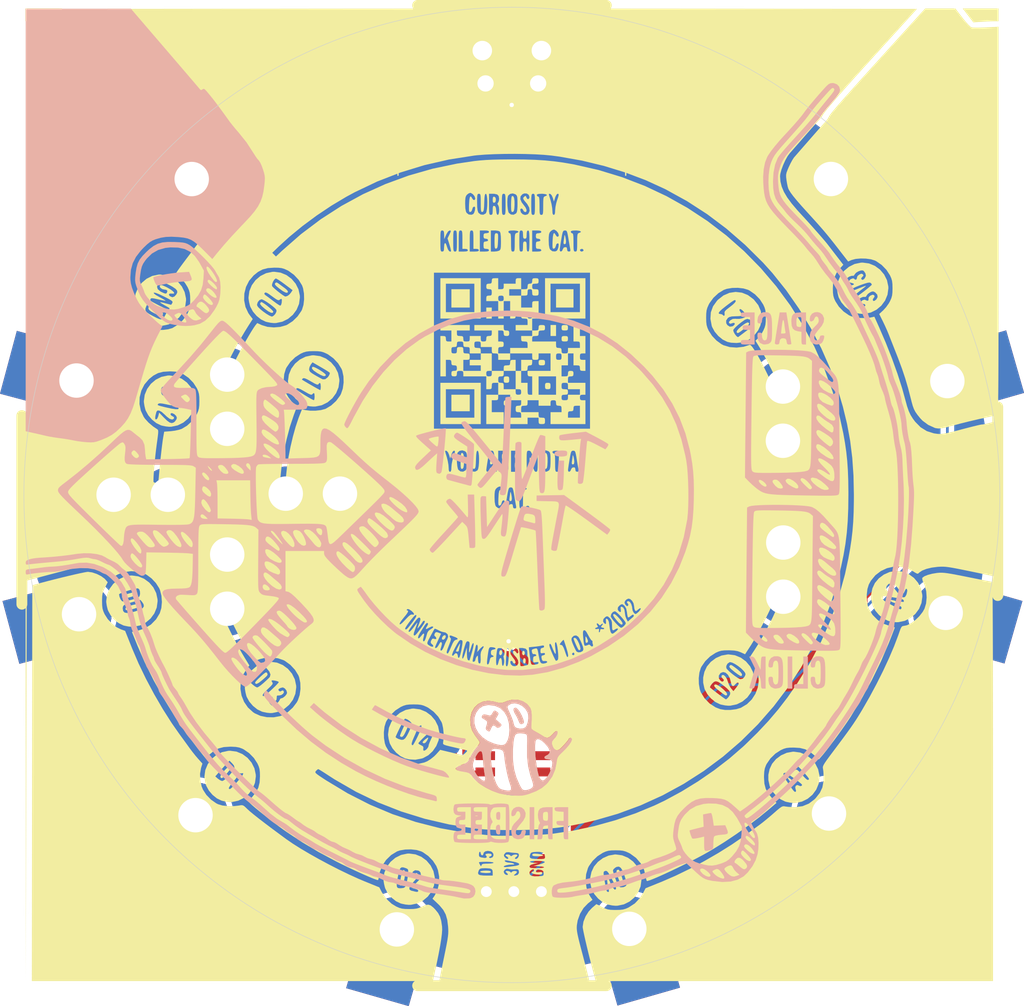
<source format=kicad_pcb>
(kicad_pcb (version 20211014) (generator pcbnew)
  (layers (0 "F.Cu" signal) (31 "B.Cu" signal) (34 "B.Paste" user) (35 "F.Paste" user) (36 "B.SilkS" user "B.Silkscreen") (37 "F.SilkS" user "F.Silkscreen") (38 "B.Mask" user) (39 "F.Mask" user) (44 "Edge.Cuts" user))
  (net 0 "")
  (net 1 "Net-(D20/Click1-Pad1)")
  (net 2 "Net-(D21/Space1-Pad1)")
  (net 10 "Net-(BieneTouchPoint1-Pad1)")
  (net 14 "Net-(A0-Pad1)")
  (net 15 "Net-(A1-Pad1)")
  (net 16 "Net-(A2-Pad1)")
  (net 17 "Net-(D1-Pad1)")
  (net 18 "Net-(D2-Pad1)")
  (net 20 "Net-(D0-Pad1)")
  (net 21 "GND")
  (net 26 "Net-(D10/Up1-Pad1)")
  (net 27 "Net-(D11/Left1-Pad1)")
  (net 28 "Net-(D12/Right1-Pad1)")
  (net 29 "Net-(D13/Down1-Pad1)")
  (net 35 "Net-(OesenPinHeader1-Pad3)")
  (net 36 "+3V3")
  (net 37 "Net-(NeoPixel1-Pad4)")
  (net 38 "Net-(R7-Pad1)")
  (footprint "Resistor_SMD:R_1206_3216Metric" (layer "F.Cu") (at 133.9596 91.9734 180)
    (fp_text reference "R1" (at 0 -1.82 180) (layer "F.SilkS"))
    (fp_text value "3M")
    (pad "1" smd roundrect (at -1.4625 0 180) (size 1.125 1.75) (layers "F.Cu" "F.Paste" "F.Mask") (roundrect_rratio 0.2222222222) (net 26 "Net-(D10/Up1-Pad1)"))
    (pad "2" smd roundrect (at 1.4625 0 180) (size 1.125 1.75) (layers "F.Cu" "F.Paste" "F.Mask") (roundrect_rratio 0.2222222222) (net 21 "GND"))
  )
  (footprint "Frisbee_v01:Edgeconnector_SMD_version" (layer "F.Cu") (at 190.164244 99.491314 16)
    (fp_text reference "PWR1")
    (fp_text value "TP 3v3")
    (pad "1" thru_hole circle (at 0 0 16) (size 6 6) (drill 3.175) (layers *.Cu *.Mask) (net 36 "+3V3"))
    (pad "1" smd custom (at 0 0 16) (size 6 6) (layers "F.Cu" "F.Mask") (net 36 "+3V3") (options (clearance outline) (anchor circle)) (primitives (gr_poly (pts (xy 6.5 3) (xy 0 3) (xy 0 -3) (xy 6.5 -3)) (width 0) (fill yes))))
    (pad "1" smd custom (at 0 0 16) (size 6 6) (layers "B.Cu" "B.Mask") (net 36 "+3V3") (options (clearance outline) (anchor circle)) (primitives (gr_poly (pts (xy 6.5 -3) (xy 0 -3) (xy 0 3) (xy 6.5 3)) (width 0) (fill yes))))
  )
  (footprint "Frisbee_v01:Edgeconnector_SMD_version" (layer "F.Cu") (at 109.850488 99.443651 165)
    (fp_text reference "GND1")
    (fp_text value "TestPoint")
    (pad "1" smd custom (at 0 0 165) (size 6 6) (layers "F.Cu" "F.Mask") (net 21 "GND") (options (clearance outline) (anchor circle)) (primitives (gr_poly (pts (xy 6.5 3) (xy 0 3) (xy 0 -3) (xy 6.5 -3)) (width 0) (fill yes))))
    (pad "1" smd custom (at 0 0 165) (size 6 6) (layers "B.Cu" "B.Mask") (net 21 "GND") (options (clearance outline) (anchor circle)) (primitives (gr_poly (pts (xy 6.5 -3) (xy 0 -3) (xy 0 3) (xy 6.5 3)) (width 0) (fill yes))))
    (pad "1" thru_hole circle (at 0 0 165) (size 6 6) (drill 3.175) (layers *.Cu *.Mask) (net 21 "GND"))
  )
  (footprint "Frisbee_v01:Edgeconnector_SMD_version" (layer "F.Cu") (at 120.476757 80.852757 135)
    (fp_text reference "GND2")
    (fp_text value "TestPoint")
    (pad "1" smd custom (at 0 0 135) (size 6 6) (layers "B.Cu" "B.Mask") (net 21 "GND") (options (clearance outline) (anchor circle)) (primitives (gr_poly (pts (xy 6.5 -3) (xy 0 -3) (xy 0 3) (xy 6.5 3)) (width 0) (fill yes))))
    (pad "1" thru_hole circle (at 0 0 135) (size 6 6) (drill 3.175) (layers *.Cu *.Mask) (net 21 "GND"))
    (pad "1" smd custom (at 0 0 135) (size 6 6) (layers "F.Cu" "F.Mask") (net 21 "GND") (options (clearance outline) (anchor circle)) (primitives (gr_poly (pts (xy 6.5 3) (xy 0 3) (xy 0 -3) (xy 6.5 -3)) (width 0) (fill yes))))
  )
  (footprint "Frisbee_v01:Edgeconnector_SMD_version" (layer "F.Cu") (at 120.8278 139.5476 -133)
    (fp_text reference "D1")
    (fp_text value "TestPoint")
    (pad "1" thru_hole circle (at 0 0 227) (size 6 6) (drill 3.175) (layers *.Cu *.Mask) (net 17 "Net-(D1-Pad1)"))
    (pad "1" smd custom (at 0 0 227) (size 6 6) (layers "F.Cu" "F.Mask") (net 17 "Net-(D1-Pad1)") (options (clearance outline) (anchor circle)) (primitives (gr_poly (pts (xy 6.5 3) (xy 0 3) (xy 0 -3) (xy 6.5 -3)) (width 0) (fill yes))))
    (pad "1" smd custom (at 0 0 227) (size 6 6) (layers "B.Cu" "B.Mask") (net 17 "Net-(D1-Pad1)") (options (clearance outline) (anchor circle)) (primitives (gr_poly (pts (xy 6.5 -3) (xy 0 -3) (xy 0 3) (xy 6.5 3)) (width 0) (fill yes))))
  )
  (footprint "Frisbee_v01:KrokoConnector" (layer "F.Cu") (at 123.7488 101.3968 -90)
    (fp_text reference "D10/Up1")
    (fp_text value "TestPoint")
    (pad "1" thru_hole custom (at -2.5 0 270) (size 5 5) (drill 3.175) (layers *.Cu *.Mask) (net 26 "Net-(D10/Up1-Pad1)") (options (clearance outline) (anchor circle)) (primitives (gr_poly (pts (xy 3.25 1.5) (xy 1.75 1.5) (xy 1.75 -1.5) (xy 3.25 -1.5)) (width 0.1) (fill yes))))
    (pad "1" thru_hole circle (at 2.5 0 270) (size 5 5) (drill 3.175) (layers *.Cu *.Mask) (net 26 "Net-(D10/Up1-Pad1)"))
  )
  (footprint "Frisbee_v01:KrokoConnector" (layer "F.Cu") (at 115.7732 109.982 180)
    (fp_text reference "D12/Right1")
    (fp_text value "TestPoint")
    (pad "1" thru_hole circle (at 2.5 0 180) (size 5 5) (drill 3.175) (layers *.Cu *.Mask) (net 28 "Net-(D12/Right1-Pad1)"))
    (pad "1" thru_hole custom (at -2.5 0 180) (size 5 5) (drill 3.175) (layers *.Cu *.Mask) (net 28 "Net-(D12/Right1-Pad1)") (options (clearance outline) (anchor circle)) (primitives (gr_poly (pts (xy 3.25 1.5) (xy 1.75 1.5) (xy 1.75 -1.5) (xy 3.25 -1.5)) (width 0.1) (fill yes))))
  )
  (footprint "Frisbee_v01:KrokoConnector" (layer "F.Cu") (at 123.75 118 -90)
    (fp_text reference "D13/Down1")
    (fp_text value "TestPoint")
    (pad "1" thru_hole circle (at 2.5 0 270) (size 5 5) (drill 3.175) (layers *.Cu *.Mask) (net 29 "Net-(D13/Down1-Pad1)"))
    (pad "1" thru_hole custom (at -2.5 0 270) (size 5 5) (drill 3.175) (layers *.Cu *.Mask) (net 29 "Net-(D13/Down1-Pad1)") (options (clearance outline) (anchor circle)) (primitives (gr_poly (pts (xy 3.25 1.5) (xy 1.75 1.5) (xy 1.75 -1.5) (xy 3.25 -1.5)) (width 0.1) (fill yes))))
  )
  (footprint "Frisbee_v01:KrokoConnector" (layer "F.Cu") (at 175.0314 116.8908 90)
    (fp_text reference "D20/Click1")
    (fp_text value "TestPoint")
    (pad "1" thru_hole custom (at -2.5 0 90) (size 5 5) (drill 3.175) (layers *.Cu *.Mask) (net 1 "Net-(D20/Click1-Pad1)") (options (clearance outline) (anchor circle)) (primitives (gr_poly (pts (xy 3.25 1.5) (xy 1.75 1.5) (xy 1.75 -1.5) (xy 3.25 -1.5)) (width 0.1) (fill yes))))
    (pad "1" thru_hole circle (at 2.5 0 90) (size 5 5) (drill 3.175) (layers *.Cu *.Mask) (net 1 "Net-(D20/Click1-Pad1)"))
  )
  (footprint "Resistor_SMD:R_1206_3216Metric" (layer "F.Cu") (at 133.9596 94.742 180)
    (fp_text reference "R2" (at 0 -1.82 180) (layer "F.SilkS"))
    (fp_text value "3M")
    (pad "1" smd roundrect (at -1.4625 0 180) (size 1.125 1.75) (layers "F.Cu" "F.Paste" "F.Mask") (roundrect_rratio 0.2222222222) (net 27 "Net-(D11/Left1-Pad1)"))
    (pad "2" smd roundrect (at 1.4625 0 180) (size 1.125 1.75) (layers "F.Cu" "F.Paste" "F.Mask") (roundrect_rratio 0.2222222222) (net 21 "GND"))
  )
  (footprint "Resistor_SMD:R_1206_3216Metric" (layer "F.Cu") (at 131.5212 119.8372 180)
    (fp_text reference "R3" (at 0 -1.82 180) (layer "F.SilkS"))
    (fp_text value "3M")
    (pad "1" smd roundrect (at -1.4625 0 180) (size 1.125 1.75) (layers "F.Cu" "F.Paste" "F.Mask") (roundrect_rratio 0.2222222222) (net 28 "Net-(D12/Right1-Pad1)"))
    (pad "2" smd roundrect (at 1.4625 0 180) (size 1.125 1.75) (layers "F.Cu" "F.Paste" "F.Mask") (roundrect_rratio 0.2222222222) (net 21 "GND"))
  )
  (footprint "Resistor_SMD:R_1206_3216Metric" (layer "F.Cu") (at 167.2076 101.6254)
    (fp_text reference "R6" (at 0 -1.82) (layer "F.SilkS"))
    (fp_text value "3M")
    (pad "1" smd roundrect (at -1.4625 0) (size 1.125 1.75) (layers "F.Cu" "F.Paste" "F.Mask") (roundrect_rratio 0.2222222222) (net 2 "Net-(D21/Space1-Pad1)"))
    (pad "2" smd roundrect (at 1.4625 0) (size 1.125 1.75) (layers "F.Cu" "F.Paste" "F.Mask") (roundrect_rratio 0.2222222222) (net 21 "GND"))
  )
  (footprint "Resistor_SMD:R_1206_3216Metric" (layer "F.Cu") (at 167.233 104.4194)
    (fp_text reference "R5" (at 0 -1.82) (layer "F.SilkS"))
    (fp_text value "3M")
    (pad "1" smd roundrect (at -1.4625 0) (size 1.125 1.75) (layers "F.Cu" "F.Paste" "F.Mask") (roundrect_rratio 0.2222222222) (net 1 "Net-(D20/Click1-Pad1)"))
    (pad "2" smd roundrect (at 1.4625 0) (size 1.125 1.75) (layers "F.Cu" "F.Paste" "F.Mask") (roundrect_rratio 0.2222222222) (net 21 "GND"))
  )
  (footprint "Resistor_SMD:R_1206_3216Metric" (layer "F.Cu") (at 131.5212 122.682 180)
    (fp_text reference "R4" (at 0 -1.82 180) (layer "F.SilkS"))
    (fp_text value "3M")
    (pad "1" smd roundrect (at -1.4625 0 180) (size 1.125 1.75) (layers "F.Cu" "F.Paste" "F.Mask") (roundrect_rratio 0.2222222222) (net 29 "Net-(D13/Down1-Pad1)"))
    (pad "2" smd roundrect (at 1.4625 0 180) (size 1.125 1.75) (layers "F.Cu" "F.Paste" "F.Mask") (roundrect_rratio 0.2222222222) (net 21 "GND"))
  )
  (footprint "Frisbee_v01:KrokoConnector" (layer "F.Cu") (at 131.6482 109.8804)
    (fp_text reference "D11/Left1")
    (fp_text value "TestPoint")
    (pad "1" thru_hole custom (at -2.5 0) (size 5 5) (drill 3.175) (layers *.Cu *.Mask) (net 27 "Net-(D11/Left1-Pad1)") (options (clearance outline) (anchor circle)) (primitives (gr_poly (pts (xy 3.25 1.5) (xy 1.75 1.5) (xy 1.75 -1.5) (xy 3.25 -1.5)) (width 0.1) (fill yes))))
    (pad "1" thru_hole circle (at 2.5 0) (size 5 5) (drill 3.175) (layers *.Cu *.Mask) (net 27 "Net-(D11/Left1-Pad1)"))
  )
  (footprint "Frisbee_v01:KrokoConnector" (layer "F.Cu") (at 175 102.5 -90)
    (fp_text reference "D21/Space1")
    (fp_text value "TestPoint")
    (pad "1" thru_hole custom (at -2.5 0 270) (size 5 5) (drill 3.175) (layers *.Cu *.Mask) (net 2 "Net-(D21/Space1-Pad1)") (options (clearance outline) (anchor circle)) (primitives (gr_poly (pts (xy 3.25 1.5) (xy 1.75 1.5) (xy 1.75 -1.5) (xy 3.25 -1.5)) (width 0.1) (fill yes))))
    (pad "1" thru_hole circle (at 2.5 0 270) (size 5 5) (drill 3.175) (layers *.Cu *.Mask) (net 2 "Net-(D21/Space1-Pad1)"))
  )
  (footprint "Resistor_SMD:R_1206_3216Metric" (layer "F.Cu") (at 140.335 126.0856)
    (fp_text reference "R7" (at 0 -1.82) (layer "F.SilkS"))
    (fp_text value "300")
    (pad "1" smd roundrect (at -1.4625 0) (size 1.125 1.75) (layers "F.Cu" "F.Paste" "F.Mask") (roundrect_rratio 0.2222222222) (net 38 "Net-(R7-Pad1)"))
    (pad "2" smd roundrect (at 1.4625 0) (size 1.125 1.75) (layers "F.Cu" "F.Paste" "F.Mask") (roundrect_rratio 0.2222222222) (net 37 "Net-(NeoPixel1-Pad4)"))
  )
  (footprint "Frisbee_v01:RPi_Pico_SMD_TH_meins" (layer "F.Cu") (at 150 93)
    (fp_text reference "U1" hide)
    (fp_text value "Pico")
    (pad "" np_thru_hole oval (at 2.725 -24) (size 1.8 1.8) (drill 1.8) (layers *.Cu *.Mask))
    (pad "" np_thru_hole oval (at -2.725 -24) (size 1.8 1.8) (drill 1.8) (layers *.Cu *.Mask))
    (pad "" np_thru_hole oval (at 2.425 -20.97) (size 1.5 1.5) (drill 1.5) (layers *.Cu *.Mask))
    (pad "" np_thru_hole oval (at -2.425 -20.97) (size 1.5 1.5) (drill 1.5) (layers *.Cu *.Mask))
    (pad "1" smd rect (at -8.89 -24.13) (size 3.5 1.7) (drill (offset -0.9 0)) (layers "F.Cu" "F.Paste" "F.Mask") (net 20 "Net-(D0-Pad1)"))
    (pad "2" smd rect (at -8.89 -21.59) (size 3.5 1.7) (drill (offset -0.9 0)) (layers "F.Cu" "F.Paste" "F.Mask") (net 17 "Net-(D1-Pad1)"))
    (pad "3" smd rect (at -8.89 -19.05) (size 3.5 1.7) (drill (offset -0.9 0)) (layers "F.Cu" "F.Paste" "F.Mask") (net 21 "GND"))
    (pad "4" smd rect (at -8.89 -16.51) (size 3.5 1.7) (drill (offset -0.9 0)) (layers "F.Cu" "F.Paste" "F.Mask") (net 18 "Net-(D2-Pad1)"))
    (pad "5" smd rect (at -8.89 -13.97) (size 3.5 1.7) (drill (offset -0.9 0)) (layers "F.Cu" "F.Paste" "F.Mask"))
    (pad "6" smd rect (at -8.89 -11.43) (size 3.5 1.7) (drill (offset -0.9 0)) (layers "F.Cu" "F.Paste" "F.Mask"))
    (pad "7" smd rect (at -8.89 -8.89) (size 3.5 1.7) (drill (offset -0.9 0)) (layers "F.Cu" "F.Paste" "F.Mask"))
    (pad "8" smd rect (at -8.89 -6.35) (size 3.5 1.7) (drill (offset -0.9 0)) (layers "F.Cu" "F.Paste" "F.Mask") (net 21 "GND"))
    (pad "9" smd rect (at -8.89 -3.81) (size 3.5 1.7) (drill (offset -0.9 0)) (layers "F.Cu" "F.Paste" "F.Mask"))
    (pad "10" smd rect (at -8.89 -1.27) (size 3.5 1.7) (drill (offset -0.9 0)) (layers "F.Cu" "F.Paste" "F.Mask"))
    (pad "11" smd rect (at -8.89 1.27) (size 3.5 1.7) (drill (offset -0.9 0)) (layers "F.Cu" "F.Paste" "F.Mask"))
    (pad "12" smd rect (at -8.89 3.81) (size 3.5 1.7) (drill (offset -0.9 0)) (layers "F.Cu" "F.Paste" "F.Mask"))
    (pad "13" smd rect (at -8.89 6.35) (size 3.5 1.7) (drill (offset -0.9 0)) (layers "F.Cu" "F.Paste" "F.Mask") (net 21 "GND"))
    (pad "14" smd rect (at -8.89 8.89) (size 3.5 1.7) (drill (offset -0.9 0)) (layers "F.Cu" "F.Paste" "F.Mask") (net 26 "Net-(D10/Up1-Pad1)"))
    (pad "15" smd rect (at -8.89 11.43) (size 3.5 1.7) (drill (offset -0.9 0)) (layers "F.Cu" "F.Paste" "F.Mask") (net 27 "Net-(D11/Left1-Pad1)"))
    (pad "16" smd rect (at -8.89 13.97) (size 3.5 1.7) (drill (offset -0.9 0)) (layers "F.Cu" "F.Paste" "F.Mask") (net 28 "Net-(D12/Right1-Pad1)"))
    (pad "17" smd rect (at -8.89 16.51) (size 3.5 1.7) (drill (offset -0.9 0)) (layers "F.Cu" "F.Paste" "F.Mask") (net 29 "Net-(D13/Down1-Pad1)"))
    (pad "18" smd rect (at -8.89 19.05) (size 3.5 1.7) (drill (offset -0.9 0)) (layers "F.Cu" "F.Paste" "F.Mask") (net 21 "GND"))
    (pad "19" smd rect (at -8.89 21.59) (size 3.5 1.7) (drill (offset -0.9 0)) (layers "F.Cu" "F.Paste" "F.Mask") (net 38 "Net-(R7-Pad1)"))
    (pad "20" smd rect (at -8.89 24.13) (size 3.5 1.7) (drill (offset -0.9 0)) (layers "F.Cu" "F.Paste" "F.Mask") (net 35 "Net-(OesenPinHeader1-Pad3)"))
    (pad "21" smd rect (at 8.89 24.13) (size 3.5 1.7) (drill (offset 0.9 0)) (layers "F.Cu" "F.Paste" "F.Mask") (net 10 "Net-(BieneTouchPoint1-Pad1)"))
    (pad "22" smd rect (at 8.89 21.59) (size 3.5 1.7) (drill (offset 0.9 0)) (layers "F.Cu" "F.Paste" "F.Mask"))
    (pad "23" smd rect (at 8.89 19.05) (size 3.5 1.7) (drill (offset 0.9 0)) (layers "F.Cu" "F.Paste" "F.Mask") (net 21 "GND"))
    (pad "24" smd rect (at 8.89 16.51) (size 3.5 1.7) (drill (offset 0.9 0)) (layers "F.Cu" "F.Paste" "F.Mask"))
    (pad "25" smd rect (at 8.89 13.97) (size 3.5 1.7) (drill (offset 0.9 0)) (layers "F.Cu" "F.Paste" "F.Mask"))
    (pad "26" smd rect (at 8.89 11.43) (size 3.5 1.7) (drill (offset 0.9 0)) (layers "F.Cu" "F.Paste" "F.Mask") (net 1 "Net-(D20/Click1-Pad1)"))
    (pad "27" smd rect (at 8.89 8.89) (size 3.5 1.7) (drill (offset 0.9 0)) (layers "F.Cu" "F.Paste" "F.Mask") (net 2 "Net-(D21/Space1-Pad1)"))
    (pad "28" smd rect (at 8.89 6.35) (size 3.5 1.7) (drill (offset 0.9 0)) (layers "F.Cu" "F.Paste" "F.Mask") (net 21 "GND"))
    (pad "29" smd rect (at 8.89 3.81) (size 3.5 1.7) (drill (offset 0.9 0)) (layers "F.Cu" "F.Paste" "F.Mask"))
    (pad "30" smd rect (at 8.89 1.27) (size 3.5 1.7) (drill (offset 0.9 0)) (layers "F.Cu" "F.Paste" "F.Mask"))
    (pad "31" smd rect (at 8.89 -1.27) (size 3.5 1.7) (drill (offset 0.9 0)) (layers "F.Cu" "F.Paste" "F.Mask") (net 14 "Net-(A0-Pad1)"))
    (pad "32" smd rect (at 8.89 -3.81) (size 3.5 1.7) (drill (offset 0.9 0)) (layers "F.Cu" "F.Paste" "F.Mask") (net 15 "Net-(A1-Pad1)"))
    (pad "33" smd rect (at 8.89 -6.35) (size 3.5 1.7) (drill (offset 0.9 0)) (layers "F.Cu" "F.Paste" "F.Mask"))
    (pad "34" smd rect (at 8.89 -8.89) (size 3.5 1.7) (drill (offset 0.9 0)) (layers "F.Cu" "F.Paste" "F.Mask") (net 16 "Net-(A2-Pad1)"))
    (pad "35" smd rect (at 8.89 -11.43) (size 3.5 1.7) (drill (offset 0.9 0)) (layers "F.Cu" "F.Paste" "F.Mask"))
    (pad "36" smd rect (at 8.89 -13.97) (size 3.5 1.7) (drill (offset 0.9 0)) (layers "F.Cu" "F.Paste" "F.Mask") (net 36 "+3V3"))
    (pad "37" smd rect (at 8.89 -16.51) (size 3.5 1.7) (drill (offset 0.9 0)) (layers "F.Cu" "F.Paste" "F.Mask"))
    (pad "38" smd rect (at 8.89 -19.05) (size 3.5 1.7) (drill (offset 0.9 0)) (layers "F.Cu" "F.Paste" "F.Mask") (net 21 "GND"))
    (pad "39" smd rect (at 8.89 -21.59) (size 3.5 1.7) (drill (offset 0.9 0)) (layers "F.Cu" "F.Paste" "F.Mask"))
    (pad "40" smd rect (at 8.89 -24.13) (size 3.5 1.7) (drill (offset 0.9 0)) (layers "F.Cu" "F.Paste" "F.Mask"))
    (pad "41" smd rect (at -2.54 23.9 90) (size 3.5 1.7) (drill (offset -0.9 0)) (layers "F.Cu" "F.Paste" "F.Mask"))
    (pad "42" smd rect (at 0 23.9 90) (size 3.5 1.7) (drill (offset -0.9 0)) (layers "F.Cu" "F.Paste" "F.Mask") (net 21 "GND"))
    (pad "43" smd rect (at 2.54 23.9 90) (size 3.5 1.7) (drill (offset -0.9 0)) (layers "F.Cu" "F.Paste" "F.Mask"))
  )
  (footprint "Frisbee_v01:Edgeconnector_SMD_version" (layer "F.Cu") (at 179.2478 139.3952 -46)
    (fp_text reference "A1")
    (fp_text value "TestPoint")
    (pad "1" smd custom (at 0 0 314) (size 6 6) (layers "F.Cu" "F.Mask") (net 15 "Net-(A1-Pad1)") (options (clearance outline) (anchor circle)) (primitives (gr_poly (pts (xy 6.5 3) (xy 0 3) (xy 0 -3) (xy 6.5 -3)) (width 0) (fill yes))))
    (pad "1" thru_hole circle (at 0 0 314) (size 6 6) (drill 3.175) (layers *.Cu *.Mask) (net 15 "Net-(A1-Pad1)"))
    (pad "1" smd custom (at 0 0 314) (size 6 6) (layers "B.Cu" "B.Mask") (net 15 "Net-(A1-Pad1)") (options (clearance outline) (anchor circle)) (primitives (gr_poly (pts (xy 6.5 -3) (xy 0 -3) (xy 0 3) (xy 6.5 3)) (width 0) (fill yes))))
  )
  (footprint "Frisbee_v01:Edgeconnector_SMD_version" (layer "F.Cu") (at 190.011844 120.879086 -16)
    (fp_text reference "A2")
    (fp_text value "TestPoint")
    (pad "1" thru_hole circle (at 0 0 344) (size 6 6) (drill 3.175) (layers *.Cu *.Mask) (net 16 "Net-(A2-Pad1)"))
    (pad "1" smd custom (at 0 0 344) (size 6 6) (layers "B.Cu" "B.Mask") (net 16 "Net-(A2-Pad1)") (options (clearance outline) (anchor circle)) (primitives (gr_poly (pts (xy 6.5 -3) (xy 0 -3) (xy 0 3) (xy 6.5 3)) (width 0) (fill yes))))
    (pad "1" smd custom (at 0 0 344) (size 6 6) (layers "F.Cu" "F.Mask") (net 16 "Net-(A2-Pad1)") (options (clearance outline) (anchor circle)) (primitives (gr_poly (pts (xy 6.5 3) (xy 0 3) (xy 0 -3) (xy 6.5 -3)) (width 0) (fill yes))))
  )
  (footprint "Frisbee_v01:Edgeconnector_SMD_version" (layer "F.Cu") (at 160.8328 150.0378 -74)
    (fp_text reference "A0")
    (fp_text value "TestPoint")
    (pad "1" thru_hole circle (at 0 0 286) (size 6 6) (drill 3.175) (layers *.Cu *.Mask) (net 14 "Net-(A0-Pad1)"))
    (pad "1" smd custom (at 0 0 286) (size 6 6) (layers "B.Cu" "B.Mask") (net 14 "Net-(A0-Pad1)") (options (clearance outline) (anchor circle)) (primitives (gr_poly (pts (xy 6.5 -3) (xy 0 -3) (xy 0 3) (xy 6.5 3)) (width 0) (fill yes))))
    (pad "1" smd custom (at 0 0 286) (size 6 6) (layers "F.Cu" "F.Mask") (net 14 "Net-(A0-Pad1)") (options (clearance outline) (anchor circle)) (primitives (gr_poly (pts (xy 6.5 3) (xy 0 3) (xy 0 -3) (xy 6.5 -3)) (width 0) (fill yes))))
  )
  (footprint "Frisbee_v01:Edgeconnector_SMD_version" (layer "F.Cu") (at 110.0836 121.0056 -165)
    (fp_text reference "D0")
    (fp_text value "TestPoint")
    (pad "1" smd custom (at 0 0 195) (size 6 6) (layers "F.Cu" "F.Mask") (net 20 "Net-(D0-Pad1)") (options (clearance outline) (anchor circle)) (primitives (gr_poly (pts (xy 6.5 3) (xy 0 3) (xy 0 -3) (xy 6.5 -3)) (width 0) (fill yes))))
    (pad "1" smd custom (at 0 0 195) (size 6 6) (layers "B.Cu" "B.Mask") (net 20 "Net-(D0-Pad1)") (options (clearance outline) (anchor circle)) (primitives (gr_poly (pts (xy 6.5 -3) (xy 0 -3) (xy 0 3) (xy 6.5 3)) (width 0) (fill yes))))
    (pad "1" thru_hole circle (at 0 0 195) (size 6 6) (drill 3.175) (layers *.Cu *.Mask) (net 20 "Net-(D0-Pad1)"))
  )
  (footprint "Frisbee_v01:Edgeconnector_SMD_version" (layer "F.Cu") (at 139.3952 150.0886 -106)
    (fp_text reference "D2")
    (fp_text value "TestPoint")
    (pad "1" thru_hole circle (at 0 0 254) (size 6 6) (drill 3.175) (layers *.Cu *.Mask) (net 18 "Net-(D2-Pad1)"))
    (pad "1" smd custom (at 0 0 254) (size 6 6) (layers "B.Cu" "B.Mask") (net 18 "Net-(D2-Pad1)") (options (clearance outline) (anchor circle)) (primitives (gr_poly (pts (xy 6.5 -3) (xy 0 -3) (xy 0 3) (xy 6.5 3)) (width 0) (fill yes))))
    (pad "1" smd custom (at 0 0 254) (size 6 6) (layers "F.Cu" "F.Mask") (net 18 "Net-(D2-Pad1)") (options (clearance outline) (anchor circle)) (primitives (gr_poly (pts (xy 6.5 3) (xy 0 3) (xy 0 -3) (xy 6.5 -3)) (width 0) (fill yes))))
  )
  (footprint "Connector_PinHeader_2.54mm:PinHeader_1x03_P2.54mm_Vertical" (layer "F.Cu") (at 152.725 146.6 -90)
    (fp_text reference "OesenPinHeader1")
    (fp_text value "Conn_01x03_Female")
    (pad "1" thru_hole rect (at 0 0 270) (size 1.7 1.7) (drill 1) (layers *.Cu *.Mask) (net 21 "GND"))
    (pad "2" thru_hole oval (at 0 2.54 270) (size 1.7 1.7) (drill 1) (layers *.Cu *.Mask) (net 36 "+3V3"))
    (pad "3" thru_hole oval (at 0 5.08 270) (size 1.7 1.7) (drill 1) (layers *.Cu *.Mask) (net 35 "Net-(OesenPinHeader1-Pad3)"))
  )
  (footprint "Frisbee_v01:Silkscreenv016_front" (layer "F.Cu") (at 150.0124 109.982)
    (fp_text reference "G***")
    (fp_text value "LOGO" hide)
  )
  (footprint "Frisbee_v01:NeoPixelReverseMountAnpassung" (layer "F.Cu") (at 150.1 134.8 180)
    (fp_text reference "NeoPixel1")
    (fp_text value "NeoPixel_THT_RevMountAnpassung")
    (pad "1" smd rect (at 2.55 -0.76 180) (size 1.8 0.82) (layers "F.Cu" "F.Paste" "F.Mask") (net 36 "+3V3"))
    (pad "2" smd rect (at 2.55 0.74 180) (size 1.8 0.82) (layers "F.Cu" "F.Paste" "F.Mask"))
    (pad "3" smd rect (at -2.55 0.74 180) (size 1.8 0.82) (layers "F.Cu" "F.Paste" "F.Mask") (net 21 "GND"))
    (pad "4" smd rect (at -2.55 -0.76 180) (size 1.8 0.82) (layers "F.Cu" "F.Paste" "F.Mask") (net 37 "Net-(NeoPixel1-Pad4)"))
  )
  (footprint "Frisbee_v01:Edgeconnector_SMD_version" (layer "F.Cu") (at 179.4256 80.8482 47)
    (fp_text reference "PWR2")
    (fp_text value "TP 3v3")
    (pad "1" smd custom (at 0 0 47) (size 6 6) (layers "F.Cu" "F.Mask") (net 36 "+3V3") (options (clearance outline) (anchor circle)) (primitives (gr_poly (pts (xy 6.5 3) (xy 0 3) (xy 0 -3) (xy 6.5 -3)) (width 0) (fill yes))))
    (pad "1" thru_hole circle (at 0 0 47) (size 6 6) (drill 3.175) (layers *.Cu *.Mask) (net 36 "+3V3"))
    (pad "1" smd custom (at 0 0 47) (size 6 6) (layers "B.Cu" "B.Mask") (net 36 "+3V3") (options (clearance outline) (anchor circle)) (primitives (gr_poly (pts (xy 6.5 -3) (xy 0 -3) (xy 0 3) (xy 6.5 3)) (width 0) (fill yes))))
  )
  (footprint "Resistor_SMD:R_1206_3216Metric" (layer "F.Cu") (at 160 126 180)
    (fp_text reference "R8" (at 0 -1.82 180) (layer "F.SilkS"))
    (fp_text value "1M")
    (pad "1" smd roundrect (at -1.4625 0 180) (size 1.125 1.75) (layers "F.Cu" "F.Paste" "F.Mask") (roundrect_rratio 0.2222222222) (net 21 "GND"))
    (pad "2" smd roundrect (at 1.4625 0 180) (size 1.125 1.75) (layers "F.Cu" "F.Paste" "F.Mask") (roundrect_rratio 0.2222222222) (net 10 "Net-(BieneTouchPoint1-Pad1)"))
  )
  (footprint "Frisbee_v01:Silkscreenv016_back" (layer "B.Cu") (at 150.0378 110.0074 180)
    (fp_text reference "G***")
    (fp_text value "LOGO" hide)
  )
  (footprint "Frisbee_v01:testbiene" (layer "B.Cu") (at 149.781648 134.17316 180)
    (fp_text reference "BieneTouchPoint1")
    (fp_text value "TestPoint")
    (pad "1" smd custom (at -5.023249 2.106292 180) (size 0.612584 0.612584) (layers "B.Cu" "B.Mask") (net 10 "Net-(BieneTouchPoint1-Pad1)") (options (clearance outline) (anchor circle)) (primitives (gr_poly (pts (xy -0.323249 0.153146) (xy -0.311591 0.211752) (xy -0.278394 0.261437) (xy -0.228709 0.294634) (xy -0.170103 0.306292) (xy 0.170103 0.306292) (xy 0.228709 0.294634) (xy 0.278394 0.261437) (xy 0.311591 0.211752) (xy 0.323249 0.153146) (xy 0.323249 -0.153146) (xy 0.311591 -0.211752) (xy 0.278394 -0.261437) (xy 0.228709 -0.294634) (xy 0.170103 -0.306292) (xy -0.170103 -0.306292) (xy -0.228709 -0.294634) (xy -0.278394 -0.261437) (xy -0.311591 -0.211752) (xy -0.323249 -0.153146)) (width 0) (fill yes)) (gr_poly (pts (xy 5.297666 3.759888) (xy 5.419716 3.716645) (xy 5.666049 3.628465) (xy 5.851948 3.591037) (xy 6.044745 3.602582) (xy 6.311772 3.661316) (xy 6.424914 3.690048) (xy 6.731695 3.763017) (xy 6.956637 3.790481) (xy 7.173762 3.771554) (xy 7.457091 3.705347) (xy 7.565167 3.676376) (xy 7.928375 3.559981) (xy 8.201578 3.415997) (xy 8.463215 3.199504) (xy 8.555883 3.108999) (xy 8.94254 2.656214) (xy 9.185076 2.196464) (xy 9.303574 1.681425) (xy 9.323474 1.262028) (xy 9.261609 0.592703) (xy 9.078319 0.010888) (xy 8.819195 -0.444214) (xy 8.605207 -0.753456) (xy 8.893426 -1.163881) (xy 9.072734 -1.438927) (xy 9.222851 -1.703286) (xy 9.284147 -1.834159) (xy 9.401189 -2.023989) (xy 9.605758 -2.163409) (xy 9.794316 -2.240608) (xy 10.236048 -2.460423) (xy 10.527905 -2.732132) (xy 10.671575 -3.032112) (xy 10.668747 -3.336742) (xy 10.521107 -3.622399) (xy 10.230343 -3.865462) (xy 9.798143 -4.042309) (xy 9.663295 -4.074428) (xy 9.387025 -4.1452) (xy 9.169855 -4.24553) (xy 8.954971 -4.4097) (xy 8.703784 -4.653386) (xy 8.426101 -4.907944) (xy 8.100314 -5.163383) (xy 7.761243 -5.397278) (xy 7.443706 -5.587204) (xy 7.182521 -5.710736) (xy 7.012508 -5.745448) (xy 7.009097 -5.744867) (xy 6.883444 -5.651543) (xy 6.857282 -5.587126) (xy 6.918419 -5.463169) (xy 7.137817 -5.286526) (xy 7.401705 -5.122431) (xy 8.09011 -4.64878) (xy 8.666978 -4.082353) (xy 8.754814 -3.977162) (xy 8.918596 -3.829571) (xy 9.147417 -3.740797) (xy 9.406614 -3.696448) (xy 9.758271 -3.618009) (xy 10.051352 -3.489126) (xy 10.247685 -3.331435) (xy 10.310125 -3.184353) (xy 10.23737 -3.032866) (xy 10.047085 -2.856197) (xy 9.781235 -2.686035) (xy 9.481788 -2.55407) (xy 9.470365 -2.550251) (xy 9.245896 -2.457094) (xy 9.091636 -2.326262) (xy 8.955736 -2.106598) (xy 8.894985 -1.982576) (xy 8.707822 -1.649077) (xy 8.470455 -1.304887) (xy 8.349113 -1.155528) (xy 8.015241 -0.776229) (xy 8.351385 -0.350975) (xy 8.640731 0.069677) (xy 8.814508 0.478031) (xy 8.894256 0.938397) (xy 8.90583 1.304361) (xy 8.875539 1.755626) (xy 8.774135 2.119171) (xy 8.576891 2.451583) (xy 8.259081 2.80945) (xy 8.239595 2.829013) (xy 7.821208 3.15321) (xy 7.359877 3.323272) (xy 6.8387 3.343057) (xy 6.373497 3.25496) (xy 6.073959 3.17782) (xy 5.873038 3.148188) (xy 5.706261 3.16801) (xy 5.509158 3.239231) (xy 5.403468 3.284231) (xy 4.870327 3.435434) (xy 4.340364 3.444752) (xy 3.84136 3.323897) (xy 3.401093 3.084586) (xy 3.047343 2.738531) (xy 2.807888 2.297447) (xy 2.769032 2.173306) (xy 2.718154 1.812892) (xy 2.722922 1.377165) (xy 2.780328 0.94966) (xy 2.818685 0.79512) (xy 2.820529 0.683236) (xy 2.733545 0.577451) (xy 2.528848 0.448446) (xy 2.419622 0.39007) (xy 2.127912 0.234129) (xy 1.860112 0.084927) (xy 1.73298 0.010311) (xy 1.495502 -0.134972) (xy 1.182647 0.226172) (xy 0.941543 0.469693) (xy 0.750196 0.5698) (xy 0.581049 0.533733) (xy 0.449545 0.418773) (xy 0.345234 0.198275) (xy 0.394462 -0.068969) (xy 0.598961 -0.389946) (xy 0.671292 -0.4757) (xy 0.829806 -0.673756) (xy 0.884921 -0.813024) (xy 0.855944 -0.951401) (xy 0.841217 -0.985252) (xy 0.733511 -1.139803) (xy 0.634215 -1.193305) (xy 0.501814 -1.128754) (xy 0.306662 -0.956995) (xy 0.081189 -0.710873) (xy -0.142177 -0.423231) (xy -0.180873 -0.367805) (xy -0.386207 -0.164561) (xy -0.604252 -0.093122) (xy -0.795912 -0.14675) (xy -0.922092 -0.318713) (xy -0.950542 -0.500395) (xy -0.89027 -0.711909) (xy -0.727086 -0.996181) (xy -0.487439 -1.316701) (xy -0.19778 -1.636959) (xy 0.021591 -1.84231) (xy 0.222047 -2.026437) (xy 0.342888 -2.186157) (xy 0.413544 -2.381023) (xy 0.463439 -2.670583) (xy 0.475646 -2.761182) (xy 0.546356 -3.13758) (xy 0.650639 -3.514288) (xy 0.745728 -3.762972) (xy 0.956431 -4.118176) (xy 1.255744 -4.507078) (xy 1.596259 -4.875752) (xy 1.930571 -5.170271) (xy 2.064504 -5.263102) (xy 2.261513 -5.421519) (xy 2.335238 -5.56516) (xy 2.333678 -5.583433) (xy 2.241926 -5.719505) (xy 2.062176 -5.73058) (xy 1.843458 -5.627718) (xy 1.227083 -5.122832) (xy 0.719719 -4.51539) (xy 0.339581 -3.833494) (xy 0.104883 -3.105251) (xy 0.066004 -2.885078) (xy 0.022582 -2.647617) (xy -0.046653 -2.458403) (xy -0.16888 -2.271888) (xy -0.371276 -2.042521) (xy -0.542308 -1.865582) (xy -0.937646 -1.427535) (xy -1.196717 -1.052493) (xy -1.330501 -0.719846) (xy -1.349979 -0.408983) (xy -1.343519 -0.361708) (xy -1.232916 -0.025632) (xy -1.021519 0.183927) (xy -0.693525 0.279344) (xy -0.513389 0.288361) (xy -0.244015 0.300634) (xy -0.095855 0.348164) (xy -0.021883 0.447016) (xy -0.017734 0.457695) (xy 0.173249 0.743708) (xy 0.473301 0.91804) (xy 0.758218 0.961846) (xy 1.019156 0.931978) (xy 1.218333 0.815272) (xy 1.339775 0.692134) (xy 1.580762 0.422422) (xy 1.964169 0.636712) (xy 2.347575 0.851002) (xy 2.296723 1.337532) (xy 2.307711 1.956413) (xy 2.46216 2.515016) (xy 2.740357 2.998326) (xy 3.122592 3.391325) (xy 3.589152 3.678998) (xy 4.120325 3.846327) (xy 4.696401 3.878296)) (width 0) (fill yes))))
  )
  (gr_circle (center 150 110) (end 105 110) (layer "Edge.Cuts") (width 0.05) (fill none))
  (segment (start 165.683 105.0424) (end 175.0314 114.3908) (width 0.25) (layer "F.Cu") (net 1))
  (segment (start 165.6724 104.43) (end 165.683 104.4194) (width 0.25) (layer "F.Cu") (net 1))
  (segment (start 158.89 104.43) (end 165.6724 104.43) (width 0.25) (layer "F.Cu") (net 1))
  (segment (start 165.683 104.4194) (end 165.683 105.0424) (width 0.25) (layer "F.Cu") (net 1))
  (segment (start 167.283 100) (end 175 100) (width 0.25) (layer "F.Cu") (net 2))
  (segment (start 158.89 101.89) (end 165.393 101.89) (width 0.25) (layer "F.Cu") (net 2))
  (segment (start 165.393 101.89) (end 165.6576 101.6254) (width 0.25) (layer "F.Cu") (net 2))
  (segment (start 165.6576 101.6254) (end 167.283 100) (width 0.25) (layer "F.Cu") (net 2))
  (segment (start 157.4 126) (end 155.8 124.4) (width 0.25) (layer "F.Cu") (net 10))
  (segment (start 155.8 124.4) (end 154.9 124.4) (width 0.25) (layer "F.Cu") (net 10))
  (segment (start 158.45 126) (end 157.4 126) (width 0.25) (layer "F.Cu") (net 10))
  (segment (start 154 123.5) (end 149.7 123.5) (width 0.25) (layer "F.Cu") (net 10))
  (segment (start 158.45 117.57) (end 158.45 126) (width 0.25) (layer "F.Cu") (net 10))
  (segment (start 154.9 124.4) (end 154 123.5) (width 0.25) (layer "F.Cu") (net 10))
  (segment (start 158.89 117.13) (end 158.45 117.57) (width 0.25) (layer "F.Cu") (net 10))
  (via (at 149.7 123.5) (size 0.8) (drill 0.4) (layers "F.Cu" "B.Cu") (net 10))
  (segment (start 153.2 126.7) (end 154.804897 128.304897) (width 0.25) (layer "B.Cu") (net 10))
  (segment (start 154.804897 128.304897) (end 154.804897 132.066868) (width 0.25) (layer "B.Cu") (net 10))
  (segment (start 149.7 124.1) (end 149.7 123.5) (width 0.25) (layer "B.Cu") (net 10))
  (segment (start 152.3 126.7) (end 153.2 126.7) (width 0.25) (layer "B.Cu") (net 10))
  (segment (start 152.3 126.7) (end 149.7 124.1) (width 0.25) (layer "B.Cu") (net 10))
  (segment (start 180.594 99.0346) (end 183.388 101.8286) (width 0.25) (layer "F.Cu") (net 14))
  (segment (start 176.9004 91.73) (end 176.911 91.7194) (width 0.25) (layer "F.Cu") (net 14))
  (segment (start 177.292 91.7194) (end 180.594 95.0214) (width 0.25) (layer "F.Cu") (net 14))
  (segment (start 158.89 91.73) (end 176.9004 91.73) (width 0.25) (layer "F.Cu") (net 14))
  (segment (start 160.8328 143.9926) (end 160.8328 150.0378) (width 0.25) (layer "F.Cu") (net 14))
  (segment (start 183.388 101.8286) (end 183.388 115.1128) (width 0.25) (layer "F.Cu") (net 14))
  (segment (start 183.388 115.1128) (end 180.2892 118.2116) (width 0.25) (layer "F.Cu") (net 14))
  (segment (start 180.594 95.0214) (end 180.594 99.0346) (width 0.25) (layer "F.Cu") (net 14))
  (segment (start 180.2892 118.2116) (end 180.2892 124.5362) (width 0.25) (layer "F.Cu") (net 14))
  (segment (start 180.2892 124.5362) (end 160.8328 143.9926) (width 0.25) (layer "F.Cu") (net 14))
  (segment (start 176.911 91.7194) (end 177.292 91.7194) (width 0.25) (layer "F.Cu") (net 14))
  (segment (start 182.6768 135.9662) (end 179.2478 139.3952) (width 0.25) (layer "F.Cu") (net 15))
  (segment (start 178.0646 89.19) (end 181.5846 92.71) (width 0.25) (layer "F.Cu") (net 15))
  (segment (start 182.6768 119.507) (end 182.6768 135.9662) (width 0.25) (layer "F.Cu") (net 15))
  (segment (start 158.89 89.19) (end 178.0646 89.19) (width 0.25) (layer "F.Cu") (net 15))
  (segment (start 181.5846 98.298) (end 188.5442 105.2576) (width 0.25) (layer "F.Cu") (net 15))
  (segment (start 188.5442 113.6396) (end 182.6768 119.507) (width 0.25) (layer "F.Cu") (net 15))
  (segment (start 188.5442 105.2576) (end 188.5442 113.6396) (width 0.25) (layer "F.Cu") (net 15))
  (segment (start 181.5846 92.71) (end 181.5846 98.298) (width 0.25) (layer "F.Cu") (net 15))
  (segment (start 190.011844 105.099644) (end 190.011844 120.879086) (width 0.25) (layer "F.Cu") (net 16))
  (segment (start 182.5752 97.663) (end 190.011844 105.099644) (width 0.25) (layer "F.Cu") (net 16))
  (segment (start 175.423 84.11) (end 182.5752 91.2622) (width 0.25) (layer "F.Cu") (net 16))
  (segment (start 158.89 84.11) (end 175.423 84.11) (width 0.25) (layer "F.Cu") (net 16))
  (segment (start 182.5752 91.2622) (end 182.5752 97.663) (width 0.25) (layer "F.Cu") (net 16))
  (segment (start 108.72 108.36) (end 108.72 112.51) (width 0.25) (layer "F.Cu") (net 17))
  (segment (start 117.25 135.9698) (end 120.8278 139.5476) (width 0.25) (layer "F.Cu") (net 17))
  (segment (start 117.25 123.65) (end 117.25 135.9698) (width 0.25) (layer "F.Cu") (net 17))
  (segment (start 135.25 75.660978) (end 135.25 78.58) (width 0.25) (layer "F.Cu") (net 17))
  (segment (start 118.58 117.5) (end 118.58 122.32) (width 0.25) (layer "F.Cu") (net 17))
  (segment (start 118.41 102.1) (end 115.79 104.72) (width 0.25) (layer "F.Cu") (net 17))
  (segment (start 112.36 104.72) (end 108.72 108.36) (width 0.25) (layer "F.Cu") (net 17))
  (segment (start 110.99 114.78) (end 115.86 114.78) (width 0.25) (layer "F.Cu") (net 17))
  (segment (start 118.58 122.32) (end 117.25 123.65) (width 0.25) (layer "F.Cu") (net 17))
  (segment (start 141.11 71.41) (end 139.500978 71.41) (width 0.25) (layer "F.Cu") (net 17))
  (segment (start 115.86 114.78) (end 118.58 117.5) (width 0.25) (layer "F.Cu") (net 17))
  (segment (start 135.25 78.58) (end 118.41 95.42) (width 0.25) (layer "F.Cu") (net 17))
  (segment (start 118.41 95.42) (end 118.41 102.1) (width 0.25) (layer "F.Cu") (net 17))
  (segment (start 108.72 112.51) (end 110.99 114.78) (width 0.25) (layer "F.Cu") (net 17))
  (segment (start 115.79 104.72) (end 112.36 104.72) (width 0.25) (layer "F.Cu") (net 17))
  (segment (start 139.500978 71.41) (end 135.25 75.660978) (width 0.25) (layer "F.Cu") (net 17))
  (segment (start 139.500978 76.49) (end 119.77 96.220978) (width 0.25) (layer "F.Cu") (net 18))
  (segment (start 120.11 116.53) (end 120.11 130.8034) (width 0.25) (layer "F.Cu") (net 18))
  (segment (start 141.11 76.49) (end 139.500978 76.49) (width 0.25) (layer "F.Cu") (net 18))
  (segment (start 119.77 96.220978) (end 119.77 102.48) (width 0.25) (layer "F.Cu") (net 18))
  (segment (start 116.43 105.82) (end 112.57 105.82) (width 0.25) (layer "F.Cu") (net 18))
  (segment (start 109.68 111.66) (end 111.66 113.64) (width 0.25) (layer "F.Cu") (net 18))
  (segment (start 120.11 130.8034) (end 139.3952 150.0886) (width 0.25) (layer "F.Cu") (net 18))
  (segment (start 117.22 113.64) (end 120.11 116.53) (width 0.25) (layer "F.Cu") (net 18))
  (segment (start 111.66 113.64) (end 117.22 113.64) (width 0.25) (layer "F.Cu") (net 18))
  (segment (start 109.68 108.71) (end 109.68 111.66) (width 0.25) (layer "F.Cu") (net 18))
  (segment (start 112.57 105.82) (end 109.68 108.71) (width 0.25) (layer "F.Cu") (net 18))
  (segment (start 119.77 102.48) (end 116.43 105.82) (width 0.25) (layer "F.Cu") (net 18))
  (segment (start 110.53 120.5592) (end 110.0836 121.0056) (width 0.25) (layer "F.Cu") (net 20))
  (segment (start 130.22 78.08) (end 130.22 81.11) (width 0.25) (layer "F.Cu") (net 20))
  (segment (start 116.66 94.67) (end 116.66 101.02) (width 0.25) (layer "F.Cu") (net 20))
  (segment (start 111.73 103.62) (end 107.77 107.58) (width 0.25) (layer "F.Cu") (net 20))
  (segment (start 130.22 81.11) (end 116.66 94.67) (width 0.25) (layer "F.Cu") (net 20))
  (segment (start 107.77 113.07) (end 110.53 115.83) (width 0.25) (layer "F.Cu") (net 20))
  (segment (start 139.43 68.87) (end 130.22 78.08) (width 0.25) (layer "F.Cu") (net 20))
  (segment (start 116.66 101.02) (end 114.06 103.62) (width 0.25) (layer "F.Cu") (net 20))
  (segment (start 141.11 68.87) (end 139.43 68.87) (width 0.25) (layer "F.Cu") (net 20))
  (segment (start 110.53 115.83) (end 110.53 120.5592) (width 0.25) (layer "F.Cu") (net 20))
  (segment (start 114.06 103.62) (end 111.73 103.62) (width 0.25) (layer "F.Cu") (net 20))
  (segment (start 107.77 107.58) (end 107.77 113.07) (width 0.25) (layer "F.Cu") (net 20))
  (segment (start 109.850488 95.279912) (end 109.850488 99.443651) (width 0.25) (layer "F.Cu") (net 21))
  (segment (start 152.65 134.06) (end 157.94 134.06) (width 0.25) (layer "F.Cu") (net 21))
  (segment (start 120.476757 80.852757) (end 120.476757 84.653643) (width 0.25) (layer "F.Cu") (net 21))
  (segment (start 120.476757 84.653643) (end 109.850488 95.279912) (width 0.25) (layer "F.Cu") (net 21))
  (via (at 149.987 74.0156) (size 0.8) (drill 0.4) (layers "F.Cu" "B.Cu") (net 21))
  (segment (start 114.297349 99.443651) (end 114.3 99.441) (width 0.25) (layer "B.Cu") (net 21))
  (segment (start 109.850488 99.443651) (end 114.297349 99.443651) (width 0.25) (layer "B.Cu") (net 21))
  (segment (start 123.4948 83.8708) (end 123.5456 83.8708) (width 0.25) (layer "B.Cu") (net 21))
  (segment (start 120.476757 80.852757) (end 123.4948 83.8708) (width 0.25) (layer "B.Cu") (net 21))
  (segment (start 123.7488 103.8968) (end 123.7488 96.2406) (width 0.25) (layer "F.Cu") (net 26))
  (segment (start 136.0424 91.9734) (end 137.4394 93.3704) (width 0.25) (layer "F.Cu") (net 26))
  (segment (start 123.7488 96.2406) (end 131.064 88.9254) (width 0.25) (layer "F.Cu") (net 26))
  (segment (start 131.064 88.9254) (end 132.4616 88.9254) (width 0.25) (layer "F.Cu") (net 26))
  (segment (start 139.3804 101.89) (end 141.11 101.89) (width 0.25) (layer "F.Cu") (net 26))
  (segment (start 132.4616 88.9254) (end 135.5096 91.9734) (width 0.25) (layer "F.Cu") (net 26))
  (segment (start 135.5096 91.9734) (end 136.0424 91.9734) (width 0.25) (layer "F.Cu") (net 26))
  (segment (start 137.4394 93.3704) (end 137.4394 99.949) (width 0.25) (layer "F.Cu") (net 26))
  (segment (start 137.4394 99.949) (end 139.3804 101.89) (width 0.25) (layer "F.Cu") (net 26))
  (segment (start 137.7802 104.43) (end 135.5096 102.1594) (width 0.25) (layer "F.Cu") (net 27))
  (segment (start 135.89 106.6038) (end 134.1482 108.3456) (width 0.25) (layer "F.Cu") (net 27))
  (segment (start 141.11 104.43) (end 137.7802 104.43) (width 0.25) (layer "F.Cu") (net 27))
  (segment (start 139.2068 104.43) (end 137.033 106.6038) (width 0.25) (layer "F.Cu") (net 27))
  (segment (start 135.5096 102.1594) (end 135.5096 94.742) (width 0.25) (layer "F.Cu") (net 27))
  (segment (start 134.1482 108.3456) (end 134.1482 109.8804) (width 0.25) (layer "F.Cu") (net 27))
  (segment (start 137.033 106.6038) (end 135.89 106.6038) (width 0.25) (layer "F.Cu") (net 27))
  (segment (start 141.11 104.43) (end 139.2068 104.43) (width 0.25) (layer "F.Cu") (net 27))
  (segment (start 137.2616 111.379) (end 137.2616 110.5662) (width 0.25) (layer "F.Cu") (net 28))
  (segment (start 141.11 106.97) (end 139.500978 106.97) (width 0.25) (layer "F.Cu") (net 28))
  (segment (start 135.6106 113.03) (end 136.2456 112.395) (width 0.25) (layer "F.Cu") (net 28))
  (segment (start 132.3086 116.6876) (end 132.3086 119.0746) (width 0.25) (layer "F.Cu") (net 28))
  (segment (start 133.0712 114.5026) (end 133.0712 119.8372) (width 0.25) (layer "F.Cu") (net 28))
  (segment (start 132.3086 119.0746) (end 133.0712 119.8372) (width 0.25) (layer "F.Cu") (net 28))
  (segment (start 129.3114 114.6302) (end 130.2512 114.6302) (width 0.25) (layer "F.Cu") (net 28))
  (segment (start 134.5438 113.03) (end 134.6708 113.03) (width 0.25) (layer "F.Cu") (net 28))
  (segment (start 118.2732 109.982) (end 124.6632 109.982) (width 0.25) (layer "F.Cu") (net 28))
  (segment (start 130.2512 114.6302) (end 132.3086 116.6876) (width 0.25) (layer "F.Cu") (net 28))
  (segment (start 137.2616 110.5662) (end 137.2616 109.209378) (width 0.25) (layer "F.Cu") (net 28))
  (segment (start 134.3406 113.2332) (end 133.0712 114.5026) (width 0.25) (layer "F.Cu") (net 28))
  (segment (start 134.6708 113.03) (end 135.6106 113.03) (width 0.25) (layer "F.Cu") (net 28))
  (segment (start 134.3406 113.2332) (end 134.5438 113.03) (width 0.25) (layer "F.Cu") (net 28))
  (segment (start 137.2616 109.209378) (end 139.500978 106.97) (width 0.25) (layer "F.Cu") (net 28))
  (segment (start 124.6632 109.982) (end 129.3114 114.6302) (width 0.25) (layer "F.Cu") (net 28))
  (segment (start 136.2456 112.395) (end 137.2616 111.379) (width 0.25) (layer "F.Cu") (net 28))
  (segment (start 131.46 121.88) (end 131.46 118.12) (width 0.25) (layer "F.Cu") (net 29))
  (segment (start 141.11 109.51) (end 138.775 109.51) (width 0.25) (layer "F.Cu") (net 29))
  (segment (start 134.8232 115.5192) (end 134.8232 120.93) (width 0.25) (layer "F.Cu") (net 29))
  (segment (start 137.8204 110.7694) (end 137.8204 112.522) (width 0.25) (layer "F.Cu") (net 29))
  (segment (start 131.46 118.12) (end 130.6 117.26) (width 0.25) (layer "F.Cu") (net 29))
  (segment (start 133.0712 122.682) (end 132.262 122.682) (width 0.25) (layer "F.Cu") (net 29))
  (segment (start 134.8232 120.93) (end 133.0712 122.682) (width 0.25) (layer "F.Cu") (net 29))
  (segment (start 137.8204 112.522) (end 134.8232 115.5192) (width 0.25) (layer "F.Cu") (net 29))
  (segment (start 125.51 117.26) (end 123.75 115.5) (width 0.25) (layer "F.Cu") (net 29))
  (segment (start 130.6 117.26) (end 125.51 117.26) (width 0.25) (layer "F.Cu") (net 29))
  (segment (start 141.11 109.51) (end 139.0798 109.51) (width 0.25) (layer "F.Cu") (net 29))
  (segment (start 132.262 122.682) (end 131.46 121.88) (width 0.25) (layer "F.Cu") (net 29))
  (segment (start 139.0798 109.51) (end 137.8204 110.7694) (width 0.25) (layer "F.Cu") (net 29))
  (segment (start 141.11 117.13) (end 140.462 117.778) (width 0.25) (layer "F.Cu") (net 35))
  (segment (start 140.6 139.555) (end 147.645 146.6) (width 0.25) (layer "F.Cu") (net 35))
  (segment (start 140.6 117.64) (end 140.6 139.555) (width 0.25) (layer "F.Cu") (net 35))
  (segment (start 141.11 117.13) (end 140.6 117.64) (width 0.25) (layer "F.Cu") (net 35))
  (segment (start 177.6074 79.03) (end 179.4256 80.8482) (width 0.25) (layer "F.Cu") (net 36))
  (segment (start 179.4256 80.8482) (end 185.039 86.4616) (width 0.25) (layer "F.Cu") (net 36))
  (segment (start 146.16 135.56) (end 144.8 134.2) (width 0.25) (layer "F.Cu") (net 36))
  (segment (start 185.039 94.36607) (end 190.164244 99.491314) (width 0.25) (layer "F.Cu") (net 36))
  (segment (start 147.55 135.56) (end 146.16 135.56) (width 0.25) (layer "F.Cu") (net 36))
  (segment (start 144.8 134.2) (end 144.8 93.12) (width 0.25) (layer "F.Cu") (net 36))
  (segment (start 144.8 93.12) (end 158.89 79.03) (width 0.25) (layer "F.Cu") (net 36))
  (segment (start 158.89 79.03) (end 177.6074 79.03) (width 0.25) (layer "F.Cu") (net 36))
  (segment (start 185.039 86.4616) (end 185.039 94.36607) (width 0.25) (layer "F.Cu") (net 36))
  (segment (start 175.5 127.5) (end 190.164244 112.835756) (width 0.25) (layer "B.Cu") (net 36))
  (segment (start 150.185 146.6) (end 169.285 127.5) (width 0.25) (layer "B.Cu") (net 36))
  (segment (start 169.285 127.5) (end 175.5 127.5) (width 0.25) (layer "B.Cu") (net 36))
  (segment (start 190.164244 112.835756) (end 190.164244 99.491314) (width 0.25) (layer "B.Cu") (net 36))
  (segment (start 153.76 135.56) (end 154.8 136.6) (width 0.25) (layer "F.Cu") (net 37))
  (segment (start 152.65 135.56) (end 153.76 135.56) (width 0.25) (layer "F.Cu") (net 37))
  (segment (start 141.885 138.285) (end 141.885 126.0856) (width 0.25) (layer "F.Cu") (net 37))
  (segment (start 146.1 142.5) (end 141.885 138.285) (width 0.25) (layer "F.Cu") (net 37))
  (segment (start 154.8 136.6) (end 154.8 141.2) (width 0.25) (layer "F.Cu") (net 37))
  (segment (start 154.8 141.2) (end 153.5 142.5) (width 0.25) (layer "F.Cu") (net 37))
  (segment (start 153.5 142.5) (end 146.1 142.5) (width 0.25) (layer "F.Cu") (net 37))
  (segment (start 136.66 116.07) (end 136.66 123.9606) (width 0.25) (layer "F.Cu") (net 38))
  (segment (start 138.14 114.59) (end 136.66 116.07) (width 0.25) (layer "F.Cu") (net 38))
  (segment (start 141.11 114.59) (end 138.14 114.59) (width 0.25) (layer "F.Cu") (net 38))
  (segment (start 136.66 123.9606) (end 138.785 126.0856) (width 0.25) (layer "F.Cu") (net 38))
  (zone (net 21) (net_name "GND") (layer "F.Cu") (connect_pads (clearance 0.508)) (min_thickness 0.254) (fill yes (thermal_gap 0.508) (thermal_bridge_width 0.508))
    (polygon (pts (xy 167 151) (xy 175.5 146) (xy 184.25 138) (xy 190.25 129) (xy 193 120.5) (xy 194.5 108.5) (xy 192.25 95.75) (xy 187.5 86.5) (xy 181.25 78.25) (xy 171.75 71) (xy 161.7218 66.802) (xy 150.114 65.2018) (xy 137.5156 66.802) (xy 127.2286 71.628) (xy 119.25 78.25) (xy 111.25 88.25) (xy 107.25 99.5) (xy 106 107) (xy 106.25 117.75) (xy 110.25 128.75) (xy 114.25 135.25) (xy 122.25 144.25) (xy 132.5 150.75) (xy 144 153.75) (xy 153.75 154)))
  )
  (zone (net 0) (net_name "") (layer "F.Cu") (connect_pads (clearance 0)) (min_thickness 0.254)
    (keepout (tracks allowed) (vias allowed) (pads allowed) (copperpour not_allowed) (footprints allowed))
    (fill (thermal_gap 0.508) (thermal_bridge_width 0.508))
    (polygon (pts (xy 150.6982 129.1082) (xy 151.0792 129.3114) (xy 151.3586 129.5654) (xy 151.5618 129.9718) (xy 151.6126 130.5052) (xy 151.5872 130.9878) (xy 151.5872 131.6736) (xy 151.6888 131.8006) (xy 152.3746 132.1054) (xy 152.8826 132.461) (xy 153.3652 132.8674) (xy 153.6192 133.223) (xy 153.8478 133.6294) (xy 154.0256 133.9596) (xy 153.9748 134.4422) (xy 153.8478 135.1534) (xy 153.7208 135.4836) (xy 153.5176 135.89) (xy 153.2636 136.3218) (xy 153.035 136.5758) (xy 152.527 136.9822) (xy 152.0952 137.2108) (xy 151.511 137.4648) (xy 150.9014 137.5918) (xy 150.2664 137.668) (xy 149.606 137.6172) (xy 149.0472 137.541) (xy 148.6408 137.3886) (xy 148.1074 137.1854) (xy 147.574 136.9314) (xy 146.8628 136.4234) (xy 146.3294 135.8392) (xy 146.0754 135.382) (xy 145.9738 134.9756) (xy 146.05 134.4422) (xy 146.431 133.858) (xy 146.685 133.4516) (xy 147.0406 133.1214) (xy 147.1168 132.715) (xy 146.812 132.2832) (xy 146.3294 131.4958) (xy 146.2532 130.8608) (xy 146.304 130.302) (xy 146.5326 129.8194) (xy 147.0152 129.3622) (xy 147.5232 129.1844) (xy 148.0312 129.2098) (xy 148.5392 129.286) (xy 148.9964 129.413) (xy 149.3012 129.413) (xy 149.7838 129.1082) (xy 150.2156 129.0574)))
  )
  (zone (net 21) (net_name "GND") (layer "B.Cu") (connect_pads (clearance 0.508)) (min_thickness 0.254) (fill yes (thermal_gap 0.508) (thermal_bridge_width 0.508))
    (polygon (pts (xy 167 151) (xy 175.5 146) (xy 184.25 138) (xy 190.25 129) (xy 193 120.5) (xy 194.5 108.5) (xy 192.25 95.75) (xy 187.5 86.5) (xy 181.25 78.25) (xy 171.75 71) (xy 161.75 67.25) (xy 150.75 65.75) (xy 139.5 66.75) (xy 127.5 71.75) (xy 119.25 78.25) (xy 111.25 88.25) (xy 107.25 99.5) (xy 106 107) (xy 106.25 117.75) (xy 110.25 128.75) (xy 114.25 135.25) (xy 122.25 144.25) (xy 132.5 150.75) (xy 144 153.75) (xy 153.75 154)))
  )
  (zone (net 0) (net_name "") (layer "B.Cu") (connect_pads (clearance 0)) (min_thickness 0.254)
    (keepout (tracks allowed) (vias allowed) (pads allowed) (copperpour not_allowed) (footprints allowed))
    (fill (thermal_gap 0.508) (thermal_bridge_width 0.508))
    (polygon (pts (xy 150.7044 129.11) (xy 151.0854 129.3132) (xy 151.3648 129.5672) (xy 151.568 129.9736) (xy 151.6188 130.507) (xy 151.5934 130.9896) (xy 151.5934 131.6754) (xy 151.695 131.8024) (xy 152.3808 132.1072) (xy 152.8888 132.4628) (xy 153.3714 132.8692) (xy 153.6254 133.2248) (xy 153.854 133.6312) (xy 154.0318 133.9614) (xy 153.981 134.444) (xy 153.854 135.1552) (xy 153.727 135.4854) (xy 153.5238 135.8918) (xy 153.2698 136.3236) (xy 153.0412 136.5776) (xy 152.5332 136.984) (xy 152.1014 137.2126) (xy 151.5172 137.4666) (xy 150.9076 137.5936) (xy 150.2726 137.6698) (xy 149.6122 137.619) (xy 149.0534 137.5428) (xy 148.647 137.3904) (xy 148.1136 137.1872) (xy 147.5802 136.9332) (xy 146.869 136.4252) (xy 146.3356 135.841) (xy 146.0816 135.3838) (xy 145.98 134.9774) (xy 146.0562 134.444) (xy 146.4372 133.8598) (xy 146.6912 133.4534) (xy 147.0468 133.1232) (xy 147.123 132.7168) (xy 146.8182 132.285) (xy 146.3356 131.4976) (xy 146.2594 130.8626) (xy 146.3102 130.3038) (xy 146.5388 129.8212) (xy 147.0214 129.364) (xy 147.5294 129.1862) (xy 148.0374 129.2116) (xy 148.5454 129.2878) (xy 149.0026 129.4148) (xy 149.3074 129.4148) (xy 149.79 129.11) (xy 150.2218 129.0592)))
  )
)
</source>
